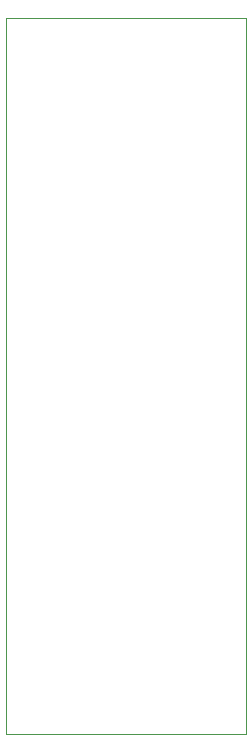
<source format=gbr>
%TF.GenerationSoftware,KiCad,Pcbnew,(5.1.10)-1*%
%TF.CreationDate,2021-07-01T21:18:45-05:00*%
%TF.ProjectId,orpMeter,6f72704d-6574-4657-922e-6b696361645f,A0*%
%TF.SameCoordinates,Original*%
%TF.FileFunction,Profile,NP*%
%FSLAX46Y46*%
G04 Gerber Fmt 4.6, Leading zero omitted, Abs format (unit mm)*
G04 Created by KiCad (PCBNEW (5.1.10)-1) date 2021-07-01 21:18:45*
%MOMM*%
%LPD*%
G01*
G04 APERTURE LIST*
%TA.AperFunction,Profile*%
%ADD10C,0.050000*%
%TD*%
G04 APERTURE END LIST*
D10*
X131318000Y-85699600D02*
X131318000Y-146304000D01*
X151638000Y-85699600D02*
X131318000Y-85699600D01*
X151638000Y-146304000D02*
X151638000Y-85699600D01*
X131318000Y-146304000D02*
X151638000Y-146304000D01*
M02*

</source>
